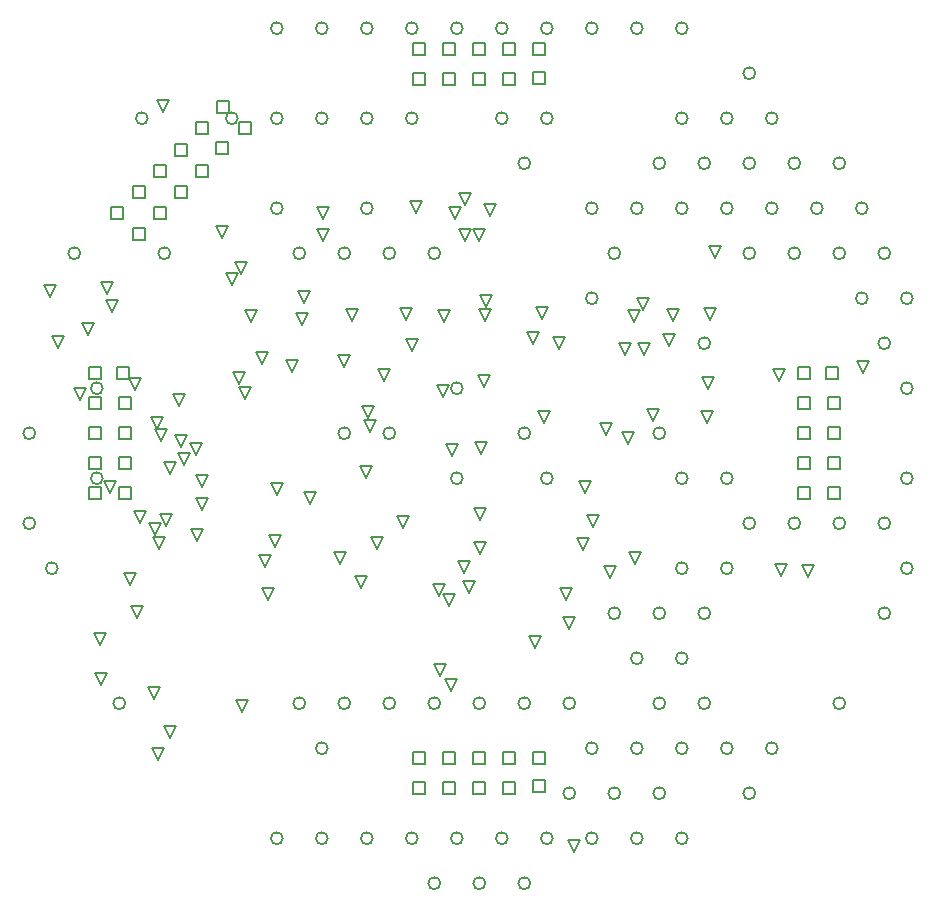
<source format=gbr>
%TF.GenerationSoftware,Altium Limited,Altium Designer,18.1.6 (161)*%
G04 Layer_Color=2752767*
%FSLAX26Y26*%
%MOIN*%
%TF.FileFunction,Drawing*%
%TF.Part,Single*%
G01*
G75*
%TA.AperFunction,NonConductor*%
%ADD79C,0.005000*%
%ADD80C,0.006667*%
D79*
X2277132Y4217132D02*
Y4257132D01*
X2317132D01*
Y4217132D01*
X2277132D01*
X2347843Y4146421D02*
Y4186421D01*
X2387843D01*
Y4146421D01*
X2347843D01*
X1994289Y3792868D02*
Y3832868D01*
X2034289D01*
Y3792868D01*
X1994289D01*
X2065000Y3863579D02*
Y3903579D01*
X2105000D01*
Y3863579D01*
X2065000D01*
X2135711Y3934289D02*
Y3974289D01*
X2175711D01*
Y3934289D01*
X2135711D01*
X2206421Y4005000D02*
Y4045000D01*
X2246421D01*
Y4005000D01*
X2206421D01*
X2273597Y4079246D02*
Y4119246D01*
X2313597D01*
Y4079246D01*
X2273597D01*
X2206421Y4146421D02*
Y4186421D01*
X2246421D01*
Y4146421D01*
X2206421D01*
X2135711Y4075711D02*
Y4115711D01*
X2175711D01*
Y4075711D01*
X2135711D01*
X2065000Y4005000D02*
Y4045000D01*
X2105000D01*
Y4005000D01*
X2065000D01*
X1994289Y3934289D02*
Y3974289D01*
X2034289D01*
Y3934289D01*
X1994289D01*
X1923579Y3863579D02*
Y3903579D01*
X1963579D01*
Y3863579D01*
X1923579D01*
X2929606Y4310709D02*
Y4350709D01*
X2969606D01*
Y4310709D01*
X2929606D01*
X3029606D02*
Y4350709D01*
X3069606D01*
Y4310709D01*
X3029606D01*
X3129606D02*
Y4350709D01*
X3169606D01*
Y4310709D01*
X3129606D01*
X3229606D02*
Y4350709D01*
X3269606D01*
Y4310709D01*
X3229606D01*
X3329606Y4315709D02*
Y4355709D01*
X3369606D01*
Y4315709D01*
X3329606D01*
Y4410709D02*
Y4450709D01*
X3369606D01*
Y4410709D01*
X3329606D01*
X3229606D02*
Y4450709D01*
X3269606D01*
Y4410709D01*
X3229606D01*
X3129606D02*
Y4450709D01*
X3169606D01*
Y4410709D01*
X3129606D01*
X3029606D02*
Y4450709D01*
X3069606D01*
Y4410709D01*
X3029606D01*
X2929606D02*
Y4450709D01*
X2969606D01*
Y4410709D01*
X2929606D01*
X1848504Y2929606D02*
Y2969606D01*
X1888504D01*
Y2929606D01*
X1848504D01*
Y3029606D02*
Y3069606D01*
X1888504D01*
Y3029606D01*
X1848504D01*
Y3129606D02*
Y3169606D01*
X1888504D01*
Y3129606D01*
X1848504D01*
Y3229606D02*
Y3269606D01*
X1888504D01*
Y3229606D01*
X1848504D01*
Y3329606D02*
Y3369606D01*
X1888504D01*
Y3329606D01*
X1848504D01*
X1943504D02*
Y3369606D01*
X1983504D01*
Y3329606D01*
X1943504D01*
X1948504Y3229606D02*
Y3269606D01*
X1988504D01*
Y3229606D01*
X1948504D01*
Y3129606D02*
Y3169606D01*
X1988504D01*
Y3129606D01*
X1948504D01*
Y3029606D02*
Y3069606D01*
X1988504D01*
Y3029606D01*
X1948504D01*
Y2929606D02*
Y2969606D01*
X1988504D01*
Y2929606D01*
X1948504D01*
X2929606Y1948504D02*
Y1988504D01*
X2969606D01*
Y1948504D01*
X2929606D01*
X3029606D02*
Y1988504D01*
X3069606D01*
Y1948504D01*
X3029606D01*
X3129606D02*
Y1988504D01*
X3169606D01*
Y1948504D01*
X3129606D01*
X3229606D02*
Y1988504D01*
X3269606D01*
Y1948504D01*
X3229606D01*
X3329606Y1953504D02*
Y1993504D01*
X3369606D01*
Y1953504D01*
X3329606D01*
Y2048504D02*
Y2088504D01*
X3369606D01*
Y2048504D01*
X3329606D01*
X3229606D02*
Y2088504D01*
X3269606D01*
Y2048504D01*
X3229606D01*
X3129606D02*
Y2088504D01*
X3169606D01*
Y2048504D01*
X3129606D01*
X3029606D02*
Y2088504D01*
X3069606D01*
Y2048504D01*
X3029606D01*
X2929606D02*
Y2088504D01*
X2969606D01*
Y2048504D01*
X2929606D01*
X4210709Y2929606D02*
Y2969606D01*
X4250709D01*
Y2929606D01*
X4210709D01*
Y3029606D02*
Y3069606D01*
X4250709D01*
Y3029606D01*
X4210709D01*
Y3129606D02*
Y3169606D01*
X4250709D01*
Y3129606D01*
X4210709D01*
Y3229606D02*
Y3269606D01*
X4250709D01*
Y3229606D01*
X4210709D01*
Y3329606D02*
Y3369606D01*
X4250709D01*
Y3329606D01*
X4210709D01*
X4305709D02*
Y3369606D01*
X4345709D01*
Y3329606D01*
X4305709D01*
X4310709Y3229606D02*
Y3269606D01*
X4350709D01*
Y3229606D01*
X4310709D01*
Y3129606D02*
Y3169606D01*
X4350709D01*
Y3129606D01*
X4310709D01*
Y3029606D02*
Y3069606D01*
X4350709D01*
Y3029606D01*
X4310709D01*
Y2929606D02*
Y2969606D01*
X4350709D01*
Y2929606D01*
X4310709D01*
X2084000Y2765000D02*
X2064000Y2805000D01*
X2104000D01*
X2084000Y2765000D01*
X1820000Y3260000D02*
X1800000Y3300000D01*
X1840000D01*
X1820000Y3260000D01*
X1920000Y2952441D02*
X1900000Y2992441D01*
X1940000D01*
X1920000Y2952441D01*
X2080000Y2060000D02*
X2060000Y2100000D01*
X2100000D01*
X2080000Y2060000D01*
X2686496Y2715000D02*
X2666496Y2755000D01*
X2706496D01*
X2686496Y2715000D01*
X2772165Y3000000D02*
X2752165Y3040000D01*
X2792165D01*
X2772165Y3000000D01*
X2470000Y2770000D02*
X2450000Y2810000D01*
X2490000D01*
X2470000Y2770000D01*
X2435000Y2705000D02*
X2415000Y2745000D01*
X2455000D01*
X2435000Y2705000D01*
X4430000Y3350000D02*
X4410000Y3390000D01*
X4450000D01*
X4430000Y3350000D01*
X3115000Y2617441D02*
X3095000Y2657441D01*
X3135000D01*
X3115000Y2617441D01*
X3100000Y2685000D02*
X3080000Y2725000D01*
X3120000D01*
X3100000Y2685000D01*
X2755000Y2635000D02*
X2735000Y2675000D01*
X2775000D01*
X2755000Y2635000D01*
X3935000Y3735000D02*
X3915000Y3775000D01*
X3955000D01*
X3935000Y3735000D01*
X2150000Y3240000D02*
X2130000Y3280000D01*
X2170000D01*
X2150000Y3240000D01*
X1745000Y3434803D02*
X1725000Y3474803D01*
X1765000D01*
X1745000Y3434803D01*
X2018858Y2850000D02*
X1998858Y2890000D01*
X2038858D01*
X2018858Y2850000D01*
X1985000Y2645000D02*
X1965000Y2685000D01*
X2005000D01*
X1985000Y2645000D01*
X2065000Y2265000D02*
X2045000Y2305000D01*
X2085000D01*
X2065000Y2265000D01*
X1890000Y2310000D02*
X1870000Y2350000D01*
X1910000D01*
X1890000Y2310000D01*
X2358504Y2220000D02*
X2338504Y2260000D01*
X2378504D01*
X2358504Y2220000D01*
X2210000Y2790000D02*
X2190000Y2830000D01*
X2230000D01*
X2210000Y2790000D01*
X2010000Y2535000D02*
X1990000Y2575000D01*
X2030000D01*
X2010000Y2535000D01*
X3440000Y2593464D02*
X3420000Y2633464D01*
X3460000D01*
X3440000Y2593464D01*
X1720000Y3605000D02*
X1700000Y3645000D01*
X1740000D01*
X1720000Y3605000D01*
X2785000Y3155000D02*
X2765000Y3195000D01*
X2805000D01*
X2785000Y3155000D01*
X2075000Y3165000D02*
X2055000Y3205000D01*
X2095000D01*
X2075000Y3165000D01*
X2090000Y3125000D02*
X2070000Y3165000D01*
X2110000D01*
X2090000Y3125000D01*
X2003996Y3293504D02*
X1983996Y3333504D01*
X2023996D01*
X2003996Y3293504D01*
X2780000Y3200000D02*
X2760000Y3240000D01*
X2800000D01*
X2780000Y3200000D01*
X3055000Y2290000D02*
X3035000Y2330000D01*
X3075000D01*
X3055000Y2290000D01*
X3017500Y2342500D02*
X2997500Y2382500D01*
X3037500D01*
X3017500Y2342500D01*
X3050000Y2575000D02*
X3030000Y2615000D01*
X3070000D01*
X3050000Y2575000D01*
X1925000Y3555000D02*
X1905000Y3595000D01*
X1945000D01*
X1925000Y3555000D01*
X2560000Y3510945D02*
X2540000Y3550945D01*
X2580000D01*
X2560000Y3510945D01*
X2120000Y2135000D02*
X2100000Y2175000D01*
X2140000D01*
X2120000Y2135000D01*
X2940000Y3885000D02*
X2920000Y3925000D01*
X2960000D01*
X2940000Y3885000D01*
X3102008Y3792008D02*
X3082008Y3832008D01*
X3122008D01*
X3102008Y3792008D01*
X3033071Y3522480D02*
X3013071Y3562480D01*
X3053071D01*
X3033071Y3522480D01*
X2630000Y3865000D02*
X2610000Y3905000D01*
X2650000D01*
X2630000Y3865000D01*
Y3790000D02*
X2610000Y3830000D01*
X2650000D01*
X2630000Y3790000D01*
X2725000Y3525433D02*
X2705000Y3565433D01*
X2745000D01*
X2725000Y3525433D01*
X2095000Y4220000D02*
X2075000Y4260000D01*
X2115000D01*
X2095000Y4220000D01*
X2906496Y3528504D02*
X2886496Y3568504D01*
X2926496D01*
X2906496Y3528504D01*
X3171575Y3570000D02*
X3151575Y3610000D01*
X3191575D01*
X3171575Y3570000D01*
X3149606Y3792008D02*
X3129606Y3832008D01*
X3169606D01*
X3149606Y3792008D01*
X3185000Y3875000D02*
X3165000Y3915000D01*
X3205000D01*
X3185000Y3875000D01*
X3070000Y3865000D02*
X3050000Y3905000D01*
X3090000D01*
X3070000Y3865000D01*
X2390000Y3522480D02*
X2370000Y3562480D01*
X2410000D01*
X2390000Y3522480D01*
X3335000Y2435000D02*
X3315000Y2475000D01*
X3355000D01*
X3335000Y2435000D01*
X3450000Y2496890D02*
X3430000Y2536890D01*
X3470000D01*
X3450000Y2496890D01*
X3586417Y2666417D02*
X3566417Y2706417D01*
X3606417D01*
X3586417Y2666417D01*
X1885000Y2445000D02*
X1865000Y2485000D01*
X1905000D01*
X1885000Y2445000D01*
X3015000Y2607520D02*
X2995000Y2647520D01*
X3035000D01*
X3015000Y2607520D01*
X3060000Y3075000D02*
X3040000Y3115000D01*
X3080000D01*
X3060000Y3075000D01*
X1845000Y3478110D02*
X1825000Y3518110D01*
X1865000D01*
X1845000Y3478110D01*
X2293597Y3800000D02*
X2273597Y3840000D01*
X2313597D01*
X2293597Y3800000D01*
X1910000Y3613150D02*
X1890000Y3653150D01*
X1930000D01*
X1910000Y3613150D01*
X3465000Y1755000D02*
X3445000Y1795000D01*
X3485000D01*
X3465000Y1755000D01*
X4155000Y2675000D02*
X4135000Y2715000D01*
X4175000D01*
X4155000Y2675000D01*
X4245000Y2670000D02*
X4225000Y2710000D01*
X4265000D01*
X4245000Y2670000D01*
X2225000Y2970000D02*
X2205000Y3010000D01*
X2245000D01*
X2225000Y2970000D01*
X2205000Y3078110D02*
X2185000Y3118110D01*
X2225000D01*
X2205000Y3078110D01*
X2165000Y3045000D02*
X2145000Y3085000D01*
X2185000D01*
X2165000Y3045000D01*
X2120000Y3013661D02*
X2100000Y3053661D01*
X2140000D01*
X2120000Y3013661D01*
X2225000Y2893385D02*
X2205000Y2933385D01*
X2245000D01*
X2225000Y2893385D01*
X2105000Y2840000D02*
X2085000Y2880000D01*
X2125000D01*
X2105000Y2840000D01*
X2070000Y2810000D02*
X2050000Y2850000D01*
X2090000D01*
X2070000Y2810000D01*
X3365000Y3185000D02*
X3345000Y3225000D01*
X3385000D01*
X3365000Y3185000D01*
X2445000Y2595000D02*
X2425000Y2635000D01*
X2465000D01*
X2445000Y2595000D01*
X2585000Y2915000D02*
X2565000Y2955000D01*
X2605000D01*
X2585000Y2915000D01*
X3102008Y3910000D02*
X3082008Y3950000D01*
X3122008D01*
X3102008Y3910000D01*
X2325000Y3645000D02*
X2305000Y3685000D01*
X2345000D01*
X2325000Y3645000D01*
X3635000Y3410000D02*
X3615000Y3450000D01*
X3655000D01*
X3635000Y3410000D01*
X3695000Y3560000D02*
X3675000Y3600000D01*
X3715000D01*
X3695000Y3560000D01*
X3665000Y3522480D02*
X3645000Y3562480D01*
X3685000D01*
X3665000Y3522480D01*
X3330000Y3448504D02*
X3310000Y3488504D01*
X3350000D01*
X3330000Y3448504D01*
X2370000Y3265000D02*
X2350000Y3305000D01*
X2390000D01*
X2370000Y3265000D01*
X3920000Y3527480D02*
X3900000Y3567480D01*
X3940000D01*
X3920000Y3527480D01*
X3572520Y3145000D02*
X3552520Y3185000D01*
X3592520D01*
X3572520Y3145000D01*
X2525000Y3355000D02*
X2505000Y3395000D01*
X2545000D01*
X2525000Y3355000D01*
X2425000Y3380000D02*
X2405000Y3420000D01*
X2445000D01*
X2425000Y3380000D01*
X3795000Y3525000D02*
X3775000Y3565000D01*
X3815000D01*
X3795000Y3525000D01*
X3910000Y3185000D02*
X3890000Y3225000D01*
X3930000D01*
X3910000Y3185000D01*
X4147559Y3325000D02*
X4127559Y3365000D01*
X4167559D01*
X4147559Y3325000D01*
X3730000Y3190000D02*
X3710000Y3230000D01*
X3750000D01*
X3730000Y3190000D01*
X3495000Y2761142D02*
X3475000Y2801142D01*
X3515000D01*
X3495000Y2761142D01*
X2895000Y2833386D02*
X2875000Y2873386D01*
X2915000D01*
X2895000Y2833386D01*
X2700000Y3370000D02*
X2680000Y3410000D01*
X2720000D01*
X2700000Y3370000D01*
X2350000Y3315000D02*
X2330000Y3355000D01*
X2370000D01*
X2350000Y3315000D01*
X2475000Y2945000D02*
X2455000Y2985000D01*
X2495000D01*
X2475000Y2945000D01*
X3698740Y3410000D02*
X3678740Y3450000D01*
X3718740D01*
X3698740Y3410000D01*
X2810000Y2765000D02*
X2790000Y2805000D01*
X2830000D01*
X2810000Y2765000D01*
X2925000Y3425000D02*
X2905000Y3465000D01*
X2945000D01*
X2925000Y3425000D01*
X3670000Y2715000D02*
X3650000Y2755000D01*
X3690000D01*
X3670000Y2715000D01*
X2565000Y3585000D02*
X2545000Y3625000D01*
X2585000D01*
X2565000Y3585000D01*
X3027520Y3270000D02*
X3007520Y3310000D01*
X3047520D01*
X3027520Y3270000D01*
X3165000Y3305000D02*
X3145000Y3345000D01*
X3185000D01*
X3165000Y3305000D01*
X2831220Y3325000D02*
X2811220Y3365000D01*
X2851220D01*
X2831220Y3325000D01*
X3170000Y3525000D02*
X3150000Y3565000D01*
X3190000D01*
X3170000Y3525000D01*
X2355000Y3680000D02*
X2335000Y3720000D01*
X2375000D01*
X2355000Y3680000D01*
X3783110Y3440000D02*
X3763110Y3480000D01*
X3803110D01*
X3783110Y3440000D01*
X3645000Y3115000D02*
X3625000Y3155000D01*
X3665000D01*
X3645000Y3115000D01*
X3502441Y2952441D02*
X3482441Y2992441D01*
X3522441D01*
X3502441Y2952441D01*
X3530000Y2837559D02*
X3510000Y2877559D01*
X3550000D01*
X3530000Y2837559D01*
X3415000Y3430000D02*
X3395000Y3470000D01*
X3435000D01*
X3415000Y3430000D01*
X3360000Y3530000D02*
X3340000Y3570000D01*
X3380000D01*
X3360000Y3530000D01*
X3156614Y3081220D02*
X3136614Y3121220D01*
X3176614D01*
X3156614Y3081220D01*
X2155000Y3105000D02*
X2135000Y3145000D01*
X2175000D01*
X2155000Y3105000D01*
X3153229Y2859331D02*
X3133229Y2899331D01*
X3173229D01*
X3153229Y2859331D01*
X3151614Y2748386D02*
X3131614Y2788386D01*
X3171614D01*
X3151614Y2748386D01*
X3912500Y3297500D02*
X3892500Y3337500D01*
X3932500D01*
X3912500Y3297500D01*
D80*
X4520000Y3750000D02*
G03*
X4520000Y3750000I-20000J0D01*
G01*
X4595000Y3600000D02*
G03*
X4595000Y3600000I-20000J0D01*
G01*
X4520000Y3450000D02*
G03*
X4520000Y3450000I-20000J0D01*
G01*
X4595000Y3300000D02*
G03*
X4595000Y3300000I-20000J0D01*
G01*
Y3000000D02*
G03*
X4595000Y3000000I-20000J0D01*
G01*
X4520000Y2850000D02*
G03*
X4520000Y2850000I-20000J0D01*
G01*
X4595000Y2700000D02*
G03*
X4595000Y2700000I-20000J0D01*
G01*
X4520000Y2550000D02*
G03*
X4520000Y2550000I-20000J0D01*
G01*
X4370000Y4050000D02*
G03*
X4370000Y4050000I-20000J0D01*
G01*
X4445000Y3900000D02*
G03*
X4445000Y3900000I-20000J0D01*
G01*
X4370000Y3750000D02*
G03*
X4370000Y3750000I-20000J0D01*
G01*
X4445000Y3600000D02*
G03*
X4445000Y3600000I-20000J0D01*
G01*
X4370000Y2850000D02*
G03*
X4370000Y2850000I-20000J0D01*
G01*
Y2250000D02*
G03*
X4370000Y2250000I-20000J0D01*
G01*
X4220000Y4050000D02*
G03*
X4220000Y4050000I-20000J0D01*
G01*
X4295000Y3900000D02*
G03*
X4295000Y3900000I-20000J0D01*
G01*
X4220000Y3750000D02*
G03*
X4220000Y3750000I-20000J0D01*
G01*
Y2850000D02*
G03*
X4220000Y2850000I-20000J0D01*
G01*
X4070000Y4350000D02*
G03*
X4070000Y4350000I-20000J0D01*
G01*
X4145000Y4200000D02*
G03*
X4145000Y4200000I-20000J0D01*
G01*
X4070000Y4050000D02*
G03*
X4070000Y4050000I-20000J0D01*
G01*
X4145000Y3900000D02*
G03*
X4145000Y3900000I-20000J0D01*
G01*
X4070000Y3750000D02*
G03*
X4070000Y3750000I-20000J0D01*
G01*
Y2850000D02*
G03*
X4070000Y2850000I-20000J0D01*
G01*
X4145000Y2100000D02*
G03*
X4145000Y2100000I-20000J0D01*
G01*
X4070000Y1950000D02*
G03*
X4070000Y1950000I-20000J0D01*
G01*
X3995000Y4200000D02*
G03*
X3995000Y4200000I-20000J0D01*
G01*
X3920000Y4050000D02*
G03*
X3920000Y4050000I-20000J0D01*
G01*
X3995000Y3900000D02*
G03*
X3995000Y3900000I-20000J0D01*
G01*
X3920000Y3450000D02*
G03*
X3920000Y3450000I-20000J0D01*
G01*
X3995000Y3000000D02*
G03*
X3995000Y3000000I-20000J0D01*
G01*
Y2700000D02*
G03*
X3995000Y2700000I-20000J0D01*
G01*
X3920000Y2550000D02*
G03*
X3920000Y2550000I-20000J0D01*
G01*
Y2250000D02*
G03*
X3920000Y2250000I-20000J0D01*
G01*
X3995000Y2100000D02*
G03*
X3995000Y2100000I-20000J0D01*
G01*
X3845000Y4500000D02*
G03*
X3845000Y4500000I-20000J0D01*
G01*
Y4200000D02*
G03*
X3845000Y4200000I-20000J0D01*
G01*
X3770000Y4050000D02*
G03*
X3770000Y4050000I-20000J0D01*
G01*
X3845000Y3900000D02*
G03*
X3845000Y3900000I-20000J0D01*
G01*
X3770000Y3150000D02*
G03*
X3770000Y3150000I-20000J0D01*
G01*
X3845000Y3000000D02*
G03*
X3845000Y3000000I-20000J0D01*
G01*
Y2700000D02*
G03*
X3845000Y2700000I-20000J0D01*
G01*
X3770000Y2550000D02*
G03*
X3770000Y2550000I-20000J0D01*
G01*
X3845000Y2400000D02*
G03*
X3845000Y2400000I-20000J0D01*
G01*
X3770000Y2250000D02*
G03*
X3770000Y2250000I-20000J0D01*
G01*
X3845000Y2100000D02*
G03*
X3845000Y2100000I-20000J0D01*
G01*
X3770000Y1950000D02*
G03*
X3770000Y1950000I-20000J0D01*
G01*
X3845000Y1800000D02*
G03*
X3845000Y1800000I-20000J0D01*
G01*
X3695000Y4500000D02*
G03*
X3695000Y4500000I-20000J0D01*
G01*
Y3900000D02*
G03*
X3695000Y3900000I-20000J0D01*
G01*
X3620000Y3750000D02*
G03*
X3620000Y3750000I-20000J0D01*
G01*
Y2550000D02*
G03*
X3620000Y2550000I-20000J0D01*
G01*
X3695000Y2400000D02*
G03*
X3695000Y2400000I-20000J0D01*
G01*
Y2100000D02*
G03*
X3695000Y2100000I-20000J0D01*
G01*
X3620000Y1950000D02*
G03*
X3620000Y1950000I-20000J0D01*
G01*
X3695000Y1800000D02*
G03*
X3695000Y1800000I-20000J0D01*
G01*
X3545000Y4500000D02*
G03*
X3545000Y4500000I-20000J0D01*
G01*
Y3900000D02*
G03*
X3545000Y3900000I-20000J0D01*
G01*
Y3600000D02*
G03*
X3545000Y3600000I-20000J0D01*
G01*
X3470000Y2250000D02*
G03*
X3470000Y2250000I-20000J0D01*
G01*
X3545000Y2100000D02*
G03*
X3545000Y2100000I-20000J0D01*
G01*
X3470000Y1950000D02*
G03*
X3470000Y1950000I-20000J0D01*
G01*
X3545000Y1800000D02*
G03*
X3545000Y1800000I-20000J0D01*
G01*
X3395000Y4500000D02*
G03*
X3395000Y4500000I-20000J0D01*
G01*
Y4200000D02*
G03*
X3395000Y4200000I-20000J0D01*
G01*
X3320000Y4050000D02*
G03*
X3320000Y4050000I-20000J0D01*
G01*
Y3150000D02*
G03*
X3320000Y3150000I-20000J0D01*
G01*
X3395000Y3000000D02*
G03*
X3395000Y3000000I-20000J0D01*
G01*
X3320000Y2250000D02*
G03*
X3320000Y2250000I-20000J0D01*
G01*
X3395000Y1800000D02*
G03*
X3395000Y1800000I-20000J0D01*
G01*
X3320000Y1650000D02*
G03*
X3320000Y1650000I-20000J0D01*
G01*
X3245000Y4500000D02*
G03*
X3245000Y4500000I-20000J0D01*
G01*
Y4200000D02*
G03*
X3245000Y4200000I-20000J0D01*
G01*
X3170000Y2250000D02*
G03*
X3170000Y2250000I-20000J0D01*
G01*
X3245000Y1800000D02*
G03*
X3245000Y1800000I-20000J0D01*
G01*
X3170000Y1650000D02*
G03*
X3170000Y1650000I-20000J0D01*
G01*
X3095000Y4500000D02*
G03*
X3095000Y4500000I-20000J0D01*
G01*
X3020000Y3750000D02*
G03*
X3020000Y3750000I-20000J0D01*
G01*
X3095000Y3300000D02*
G03*
X3095000Y3300000I-20000J0D01*
G01*
Y3000000D02*
G03*
X3095000Y3000000I-20000J0D01*
G01*
X3020000Y2250000D02*
G03*
X3020000Y2250000I-20000J0D01*
G01*
X3095000Y1800000D02*
G03*
X3095000Y1800000I-20000J0D01*
G01*
X3020000Y1650000D02*
G03*
X3020000Y1650000I-20000J0D01*
G01*
X2945000Y4500000D02*
G03*
X2945000Y4500000I-20000J0D01*
G01*
Y4200000D02*
G03*
X2945000Y4200000I-20000J0D01*
G01*
X2870000Y3750000D02*
G03*
X2870000Y3750000I-20000J0D01*
G01*
Y3150000D02*
G03*
X2870000Y3150000I-20000J0D01*
G01*
Y2250000D02*
G03*
X2870000Y2250000I-20000J0D01*
G01*
X2945000Y1800000D02*
G03*
X2945000Y1800000I-20000J0D01*
G01*
X2795000Y4500000D02*
G03*
X2795000Y4500000I-20000J0D01*
G01*
Y4200000D02*
G03*
X2795000Y4200000I-20000J0D01*
G01*
Y3900000D02*
G03*
X2795000Y3900000I-20000J0D01*
G01*
X2720000Y3750000D02*
G03*
X2720000Y3750000I-20000J0D01*
G01*
Y3150000D02*
G03*
X2720000Y3150000I-20000J0D01*
G01*
Y2250000D02*
G03*
X2720000Y2250000I-20000J0D01*
G01*
X2795000Y1800000D02*
G03*
X2795000Y1800000I-20000J0D01*
G01*
X2645000Y4500000D02*
G03*
X2645000Y4500000I-20000J0D01*
G01*
Y4200000D02*
G03*
X2645000Y4200000I-20000J0D01*
G01*
X2570000Y3750000D02*
G03*
X2570000Y3750000I-20000J0D01*
G01*
Y2250000D02*
G03*
X2570000Y2250000I-20000J0D01*
G01*
X2645000Y2100000D02*
G03*
X2645000Y2100000I-20000J0D01*
G01*
Y1800000D02*
G03*
X2645000Y1800000I-20000J0D01*
G01*
X2495000Y4500000D02*
G03*
X2495000Y4500000I-20000J0D01*
G01*
Y4200000D02*
G03*
X2495000Y4200000I-20000J0D01*
G01*
Y3900000D02*
G03*
X2495000Y3900000I-20000J0D01*
G01*
Y1800000D02*
G03*
X2495000Y1800000I-20000J0D01*
G01*
X2345000Y4200000D02*
G03*
X2345000Y4200000I-20000J0D01*
G01*
X2120000Y3750000D02*
G03*
X2120000Y3750000I-20000J0D01*
G01*
X2045000Y4200000D02*
G03*
X2045000Y4200000I-20000J0D01*
G01*
X1970000Y2250000D02*
G03*
X1970000Y2250000I-20000J0D01*
G01*
X1820000Y3750000D02*
G03*
X1820000Y3750000I-20000J0D01*
G01*
X1895000Y3300000D02*
G03*
X1895000Y3300000I-20000J0D01*
G01*
Y3000000D02*
G03*
X1895000Y3000000I-20000J0D01*
G01*
X1670000Y3150000D02*
G03*
X1670000Y3150000I-20000J0D01*
G01*
Y2850000D02*
G03*
X1670000Y2850000I-20000J0D01*
G01*
X1745000Y2700000D02*
G03*
X1745000Y2700000I-20000J0D01*
G01*
%TF.MD5,869b0ab8c5fadedaeaab6fa557b963d9*%
M02*

</source>
